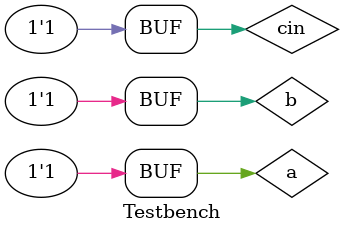
<source format=v>
`timescale 1ns / 1ps


module Testbench;

	// Inputs
	reg a;
	reg b;
	reg cin;

	// Outputs
	wire sum;
	wire cout;

	// Instantiate the Unit Under Test (UUT)
	Full_Adder_Dataflow uut (
		.a(a), 
		.b(b), 
		.cin(cin), 
		.sum(sum), 
		.cout(cout)
	);

	initial begin
		// Initialize Inputs
		a = 0;
		b = 0;
		cin = 0;

		// Wait 100 ns for global reset to finish
		#100;
		a = 0;
		b = 0;
		cin = 1;
		
		#100;
		a = 0;
		b = 1;
		cin = 0;
		
		#100;
		a = 0;
		b = 1;
		cin = 1;
		
		#100;
		a = 1;
		b = 0;
		cin = 0;
		
		#100;
		a = 1;
		b = 0;
		cin = 1;
		
		#100;
		a = 1;
		b = 1;
		cin = 0;
		
		#100;
		a = 1;
		b = 1;
		cin = 1;
        
		
	end
      
endmodule


</source>
